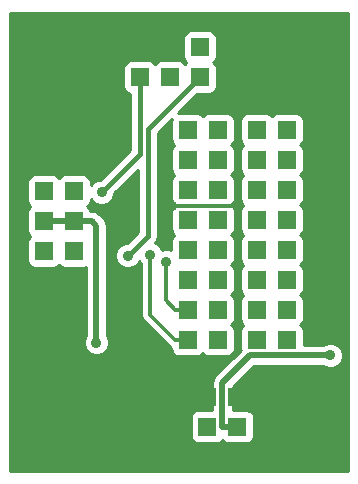
<source format=gbr>
G04 This is an RS-274x file exported by *
G04 gerbv version 2.6.1 *
G04 More information is available about gerbv at *
G04 http://gerbv.geda-project.org/ *
G04 --End of header info--*
%MOIN*%
%FSLAX34Y34*%
%IPPOS*%
G04 --Define apertures--*
%ADD10C,0.0118*%
%ADD11R,0.0600X0.0600*%
%ADD12C,0.2362*%
%ADD13C,0.0350*%
%ADD14C,0.0197*%
%ADD15C,0.0157*%
%ADD16C,0.0100*%
G04 --Start main section--*
G54D11*
G01X0007950Y0000850D03*
G01X0006950Y0000850D03*
G01X0007950Y0001850D03*
G01X0006950Y0001850D03*
G01X0007950Y0002850D03*
G01X0006950Y0002850D03*
G01X0008600Y0010750D03*
G01X0009600Y0010750D03*
G54D12*
G01X0010000Y0014000D03*
G01X0002000Y0014000D03*
G01X0010000Y0002000D03*
G01X0002000Y0002000D03*
G54D11*
G01X0006300Y0004750D03*
G01X0007300Y0004750D03*
G01X0006300Y0005750D03*
G01X0007300Y0005750D03*
G01X0006300Y0006750D03*
G01X0007300Y0006750D03*
G01X0006300Y0007750D03*
G01X0007300Y0007750D03*
G01X0006300Y0008750D03*
G01X0007300Y0008750D03*
G01X0006300Y0009750D03*
G01X0007300Y0009750D03*
G01X0006300Y0010750D03*
G01X0007300Y0010750D03*
G01X0006300Y0011750D03*
G01X0007300Y0011750D03*
G01X0008600Y0004750D03*
G01X0009600Y0004750D03*
G01X0008600Y0005750D03*
G01X0009600Y0005750D03*
G01X0008600Y0006750D03*
G01X0009600Y0006750D03*
G01X0008600Y0007750D03*
G01X0009600Y0007750D03*
G01X0008600Y0008750D03*
G01X0009600Y0008750D03*
G01X0008600Y0009750D03*
G01X0009600Y0009750D03*
G01X0008600Y0011750D03*
G01X0009600Y0011750D03*
G01X0006700Y0013500D03*
G01X0006700Y0014500D03*
G01X0002500Y0006700D03*
G01X0001500Y0006700D03*
G01X0002500Y0007700D03*
G01X0001500Y0007700D03*
G01X0002500Y0008700D03*
G01X0001500Y0008700D03*
G01X0002500Y0009700D03*
G01X0001500Y0009700D03*
G01X0002500Y0010700D03*
G01X0001500Y0010700D03*
G01X0005700Y0014500D03*
G01X0005700Y0013500D03*
G01X0004700Y0014500D03*
G01X0004700Y0013500D03*
G54D13*
G01X0011040Y0004220D03*
G01X0003250Y0004650D03*
G01X0005780Y0009215D03*
G01X0003420Y0009660D03*
G01X0004300Y0007550D03*
G01X0005572Y0007345D03*
G01X0005049Y0007577D03*
G54D14*
G01X0010793Y0004220D02*
G01X0011040Y0004220D01*
G01X0008363Y0004220D02*
G01X0010793Y0004220D01*
G01X0007452Y0003309D02*
G01X0008363Y0004220D01*
G01X0007453Y0001850D02*
G01X0007452Y0001852D01*
G01X0007950Y0001850D02*
G01X0007453Y0001850D01*
G01X0007452Y0001852D02*
G01X0007452Y0003309D01*
G01X0002500Y0008700D02*
G01X0001500Y0008700D01*
G01X0002500Y0008700D02*
G01X0003100Y0008700D01*
G01X0003250Y0008550D02*
G01X0003250Y0004650D01*
G01X0003100Y0008700D02*
G01X0003250Y0008550D01*
G54D10*
G01X0005780Y0009215D02*
G01X0007865Y0009215D01*
G54D15*
G01X0003595Y0009835D02*
G01X0003420Y0009660D01*
G01X0004700Y0010940D02*
G01X0003595Y0009835D01*
G01X0004700Y0013500D02*
G01X0004700Y0010940D01*
G01X0004957Y0011757D02*
G01X0006700Y0013500D01*
G01X0004957Y0008207D02*
G01X0004957Y0011757D01*
G01X0004300Y0007550D02*
G01X0004957Y0008207D01*
G54D10*
G01X0005572Y0006060D02*
G01X0005572Y0007097D01*
G01X0005882Y0005750D02*
G01X0005572Y0006060D01*
G01X0006300Y0005750D02*
G01X0005882Y0005750D01*
G01X0005572Y0007097D02*
G01X0005572Y0007345D01*
G01X0005049Y0007329D02*
G01X0005049Y0007577D01*
G01X0005049Y0005583D02*
G01X0005049Y0007329D01*
G01X0006300Y0004750D02*
G01X0005882Y0004750D01*
G01X0005882Y0004750D02*
G01X0005049Y0005583D01*
G54D16*
G36*
G01X0005849Y0008250D02*
G01X0005821Y0008231D01*
G01X0005765Y0008148D01*
G01X0005745Y0008050D01*
G01X0005745Y0007733D01*
G01X0005657Y0007769D01*
G01X0005488Y0007770D01*
G01X0005437Y0007749D01*
G01X0005409Y0007817D01*
G01X0005290Y0007937D01*
G01X0005192Y0007978D01*
G01X0005261Y0008082D01*
G01X0005261Y0008082D01*
G01X0005286Y0008207D01*
G01X0005286Y0011621D01*
G01X0005753Y0012088D01*
G01X0005745Y0012050D01*
G01X0005745Y0011450D01*
G01X0005764Y0011355D01*
G01X0005819Y0011271D01*
G01X0005849Y0011250D01*
G01X0005821Y0011231D01*
G01X0005765Y0011148D01*
G01X0005745Y0011050D01*
G01X0005745Y0010450D01*
G01X0005764Y0010355D01*
G01X0005819Y0010271D01*
G01X0005849Y0010250D01*
G01X0005821Y0010231D01*
G01X0005765Y0010148D01*
G01X0005745Y0010050D01*
G01X0005745Y0009450D01*
G01X0005764Y0009355D01*
G01X0005819Y0009271D01*
G01X0005849Y0009250D01*
G01X0005821Y0009231D01*
G01X0005765Y0009148D01*
G01X0005745Y0009050D01*
G01X0005745Y0008450D01*
G01X0005764Y0008355D01*
G01X0005819Y0008271D01*
G01X0005849Y0008250D01*
G01X0005849Y0008250D01*
G37*
G01X0005849Y0008250D02*
G01X0005821Y0008231D01*
G01X0005821Y0008231D02*
G01X0005765Y0008148D01*
G01X0005765Y0008148D02*
G01X0005745Y0008050D01*
G01X0005745Y0008050D02*
G01X0005745Y0007733D01*
G01X0005745Y0007733D02*
G01X0005657Y0007769D01*
G01X0005657Y0007769D02*
G01X0005488Y0007770D01*
G01X0005488Y0007770D02*
G01X0005437Y0007749D01*
G01X0005437Y0007749D02*
G01X0005409Y0007817D01*
G01X0005409Y0007817D02*
G01X0005290Y0007937D01*
G01X0005290Y0007937D02*
G01X0005192Y0007978D01*
G01X0005192Y0007978D02*
G01X0005261Y0008082D01*
G01X0005261Y0008082D02*
G01X0005261Y0008082D01*
G01X0005261Y0008082D02*
G01X0005286Y0008207D01*
G01X0005286Y0008207D02*
G01X0005286Y0011621D01*
G01X0005286Y0011621D02*
G01X0005753Y0012088D01*
G01X0005753Y0012088D02*
G01X0005745Y0012050D01*
G01X0005745Y0012050D02*
G01X0005745Y0011450D01*
G01X0005745Y0011450D02*
G01X0005764Y0011355D01*
G01X0005764Y0011355D02*
G01X0005819Y0011271D01*
G01X0005819Y0011271D02*
G01X0005849Y0011250D01*
G01X0005849Y0011250D02*
G01X0005821Y0011231D01*
G01X0005821Y0011231D02*
G01X0005765Y0011148D01*
G01X0005765Y0011148D02*
G01X0005745Y0011050D01*
G01X0005745Y0011050D02*
G01X0005745Y0010450D01*
G01X0005745Y0010450D02*
G01X0005764Y0010355D01*
G01X0005764Y0010355D02*
G01X0005819Y0010271D01*
G01X0005819Y0010271D02*
G01X0005849Y0010250D01*
G01X0005849Y0010250D02*
G01X0005821Y0010231D01*
G01X0005821Y0010231D02*
G01X0005765Y0010148D01*
G01X0005765Y0010148D02*
G01X0005745Y0010050D01*
G01X0005745Y0010050D02*
G01X0005745Y0009450D01*
G01X0005745Y0009450D02*
G01X0005764Y0009355D01*
G01X0005764Y0009355D02*
G01X0005819Y0009271D01*
G01X0005819Y0009271D02*
G01X0005849Y0009250D01*
G01X0005849Y0009250D02*
G01X0005821Y0009231D01*
G01X0005821Y0009231D02*
G01X0005765Y0009148D01*
G01X0005765Y0009148D02*
G01X0005745Y0009050D01*
G01X0005745Y0009050D02*
G01X0005745Y0008450D01*
G01X0005745Y0008450D02*
G01X0005764Y0008355D01*
G01X0005764Y0008355D02*
G01X0005819Y0008271D01*
G01X0005819Y0008271D02*
G01X0005849Y0008250D01*
G36*
G01X0011630Y0000370D02*
G01X0011465Y0000370D01*
G01X0011465Y0004304D01*
G01X0011401Y0004460D01*
G01X0011281Y0004580D01*
G01X0011125Y0004645D01*
G01X0010956Y0004645D01*
G01X0010800Y0004581D01*
G01X0010787Y0004568D01*
G01X0010155Y0004568D01*
G01X0010155Y0005050D01*
G01X0010136Y0005145D01*
G01X0010081Y0005229D01*
G01X0010051Y0005250D01*
G01X0010079Y0005269D01*
G01X0010135Y0005352D01*
G01X0010155Y0005450D01*
G01X0010155Y0006050D01*
G01X0010136Y0006145D01*
G01X0010081Y0006229D01*
G01X0010051Y0006250D01*
G01X0010079Y0006269D01*
G01X0010135Y0006352D01*
G01X0010155Y0006450D01*
G01X0010155Y0007050D01*
G01X0010136Y0007145D01*
G01X0010081Y0007229D01*
G01X0010051Y0007250D01*
G01X0010079Y0007269D01*
G01X0010135Y0007352D01*
G01X0010155Y0007450D01*
G01X0010155Y0008050D01*
G01X0010136Y0008145D01*
G01X0010081Y0008229D01*
G01X0010051Y0008250D01*
G01X0010079Y0008269D01*
G01X0010135Y0008352D01*
G01X0010155Y0008450D01*
G01X0010155Y0009050D01*
G01X0010136Y0009145D01*
G01X0010081Y0009229D01*
G01X0010051Y0009250D01*
G01X0010079Y0009269D01*
G01X0010135Y0009352D01*
G01X0010155Y0009450D01*
G01X0010155Y0010050D01*
G01X0010136Y0010145D01*
G01X0010081Y0010229D01*
G01X0010051Y0010250D01*
G01X0010079Y0010269D01*
G01X0010135Y0010352D01*
G01X0010155Y0010450D01*
G01X0010155Y0011050D01*
G01X0010136Y0011145D01*
G01X0010081Y0011229D01*
G01X0010051Y0011250D01*
G01X0010079Y0011269D01*
G01X0010135Y0011352D01*
G01X0010155Y0011450D01*
G01X0010155Y0012050D01*
G01X0010136Y0012145D01*
G01X0010081Y0012229D01*
G01X0009998Y0012285D01*
G01X0009900Y0012305D01*
G01X0009300Y0012305D01*
G01X0009205Y0012286D01*
G01X0009121Y0012231D01*
G01X0009100Y0012201D01*
G01X0009081Y0012229D01*
G01X0008998Y0012285D01*
G01X0008900Y0012305D01*
G01X0008300Y0012305D01*
G01X0008205Y0012286D01*
G01X0008121Y0012231D01*
G01X0008065Y0012148D01*
G01X0008045Y0012050D01*
G01X0008045Y0011450D01*
G01X0008064Y0011355D01*
G01X0008119Y0011271D01*
G01X0008149Y0011250D01*
G01X0008121Y0011231D01*
G01X0008065Y0011148D01*
G01X0008045Y0011050D01*
G01X0008045Y0010450D01*
G01X0008064Y0010355D01*
G01X0008119Y0010271D01*
G01X0008149Y0010250D01*
G01X0008121Y0010231D01*
G01X0008065Y0010148D01*
G01X0008045Y0010050D01*
G01X0008045Y0009450D01*
G01X0008064Y0009355D01*
G01X0008119Y0009271D01*
G01X0008149Y0009250D01*
G01X0008121Y0009231D01*
G01X0008065Y0009148D01*
G01X0008045Y0009050D01*
G01X0008045Y0008450D01*
G01X0008064Y0008355D01*
G01X0008119Y0008271D01*
G01X0008149Y0008250D01*
G01X0008121Y0008231D01*
G01X0008065Y0008148D01*
G01X0008045Y0008050D01*
G01X0008045Y0007450D01*
G01X0008064Y0007355D01*
G01X0008119Y0007271D01*
G01X0008149Y0007250D01*
G01X0008121Y0007231D01*
G01X0008065Y0007148D01*
G01X0008045Y0007050D01*
G01X0008045Y0006450D01*
G01X0008064Y0006355D01*
G01X0008119Y0006271D01*
G01X0008149Y0006250D01*
G01X0008121Y0006231D01*
G01X0008065Y0006148D01*
G01X0008045Y0006050D01*
G01X0008045Y0005450D01*
G01X0008064Y0005355D01*
G01X0008119Y0005271D01*
G01X0008149Y0005250D01*
G01X0008121Y0005231D01*
G01X0008065Y0005148D01*
G01X0008045Y0005050D01*
G01X0008045Y0004450D01*
G01X0008054Y0004404D01*
G01X0007855Y0004205D01*
G01X0007855Y0004450D01*
G01X0007855Y0005050D01*
G01X0007836Y0005145D01*
G01X0007781Y0005229D01*
G01X0007751Y0005250D01*
G01X0007779Y0005269D01*
G01X0007835Y0005352D01*
G01X0007855Y0005450D01*
G01X0007855Y0006050D01*
G01X0007836Y0006145D01*
G01X0007781Y0006229D01*
G01X0007751Y0006250D01*
G01X0007779Y0006269D01*
G01X0007835Y0006352D01*
G01X0007855Y0006450D01*
G01X0007855Y0007050D01*
G01X0007836Y0007145D01*
G01X0007781Y0007229D01*
G01X0007751Y0007250D01*
G01X0007779Y0007269D01*
G01X0007835Y0007352D01*
G01X0007855Y0007450D01*
G01X0007855Y0008050D01*
G01X0007836Y0008145D01*
G01X0007781Y0008229D01*
G01X0007751Y0008250D01*
G01X0007779Y0008269D01*
G01X0007835Y0008352D01*
G01X0007855Y0008450D01*
G01X0007855Y0009050D01*
G01X0007836Y0009145D01*
G01X0007781Y0009229D01*
G01X0007751Y0009250D01*
G01X0007779Y0009269D01*
G01X0007835Y0009352D01*
G01X0007855Y0009450D01*
G01X0007855Y0010050D01*
G01X0007836Y0010145D01*
G01X0007781Y0010229D01*
G01X0007751Y0010250D01*
G01X0007779Y0010269D01*
G01X0007835Y0010352D01*
G01X0007855Y0010450D01*
G01X0007855Y0011050D01*
G01X0007836Y0011145D01*
G01X0007781Y0011229D01*
G01X0007751Y0011250D01*
G01X0007779Y0011269D01*
G01X0007835Y0011352D01*
G01X0007855Y0011450D01*
G01X0007855Y0012050D01*
G01X0007836Y0012145D01*
G01X0007781Y0012229D01*
G01X0007698Y0012285D01*
G01X0007600Y0012305D01*
G01X0007000Y0012305D01*
G01X0006905Y0012286D01*
G01X0006821Y0012231D01*
G01X0006800Y0012201D01*
G01X0006781Y0012229D01*
G01X0006698Y0012285D01*
G01X0006600Y0012305D01*
G01X0006000Y0012305D01*
G01X0005963Y0012298D01*
G01X0006610Y0012945D01*
G01X0007000Y0012945D01*
G01X0007095Y0012964D01*
G01X0007179Y0013019D01*
G01X0007235Y0013102D01*
G01X0007255Y0013200D01*
G01X0007255Y0013800D01*
G01X0007236Y0013895D01*
G01X0007181Y0013979D01*
G01X0007151Y0014000D01*
G01X0007179Y0014019D01*
G01X0007235Y0014102D01*
G01X0007255Y0014200D01*
G01X0007255Y0014800D01*
G01X0007236Y0014895D01*
G01X0007181Y0014979D01*
G01X0007098Y0015035D01*
G01X0007000Y0015055D01*
G01X0006400Y0015055D01*
G01X0006305Y0015036D01*
G01X0006221Y0014981D01*
G01X0006165Y0014898D01*
G01X0006145Y0014800D01*
G01X0006145Y0014200D01*
G01X0006164Y0014105D01*
G01X0006219Y0014021D01*
G01X0006249Y0014000D01*
G01X0006221Y0013981D01*
G01X0006200Y0013951D01*
G01X0006181Y0013979D01*
G01X0006098Y0014035D01*
G01X0006000Y0014055D01*
G01X0005400Y0014055D01*
G01X0005305Y0014036D01*
G01X0005221Y0013981D01*
G01X0005200Y0013951D01*
G01X0005181Y0013979D01*
G01X0005098Y0014035D01*
G01X0005000Y0014055D01*
G01X0004400Y0014055D01*
G01X0004305Y0014036D01*
G01X0004221Y0013981D01*
G01X0004165Y0013898D01*
G01X0004145Y0013800D01*
G01X0004145Y0013200D01*
G01X0004164Y0013105D01*
G01X0004219Y0013021D01*
G01X0004302Y0012965D01*
G01X0004371Y0012951D01*
G01X0004371Y0011076D01*
G01X0003380Y0010085D01*
G01X0003336Y0010085D01*
G01X0003180Y0010021D01*
G01X0003060Y0009901D01*
G01X0003055Y0009889D01*
G01X0003055Y0010000D01*
G01X0003036Y0010095D01*
G01X0002981Y0010179D01*
G01X0002898Y0010235D01*
G01X0002800Y0010255D01*
G01X0002200Y0010255D01*
G01X0002105Y0010236D01*
G01X0002021Y0010181D01*
G01X0002000Y0010151D01*
G01X0001981Y0010179D01*
G01X0001898Y0010235D01*
G01X0001800Y0010255D01*
G01X0001200Y0010255D01*
G01X0001105Y0010236D01*
G01X0001021Y0010181D01*
G01X0000965Y0010098D01*
G01X0000945Y0010000D01*
G01X0000945Y0009400D01*
G01X0000964Y0009305D01*
G01X0001019Y0009221D01*
G01X0001049Y0009200D01*
G01X0001021Y0009181D01*
G01X0000965Y0009098D01*
G01X0000945Y0009000D01*
G01X0000945Y0008400D01*
G01X0000964Y0008305D01*
G01X0001019Y0008221D01*
G01X0001049Y0008200D01*
G01X0001021Y0008181D01*
G01X0000965Y0008098D01*
G01X0000945Y0008000D01*
G01X0000945Y0007400D01*
G01X0000964Y0007305D01*
G01X0001019Y0007221D01*
G01X0001102Y0007165D01*
G01X0001200Y0007145D01*
G01X0001800Y0007145D01*
G01X0001895Y0007164D01*
G01X0001979Y0007219D01*
G01X0002000Y0007249D01*
G01X0002019Y0007221D01*
G01X0002102Y0007165D01*
G01X0002200Y0007145D01*
G01X0002800Y0007145D01*
G01X0002895Y0007164D01*
G01X0002902Y0007168D01*
G01X0002902Y0004903D01*
G01X0002890Y0004891D01*
G01X0002825Y0004735D01*
G01X0002825Y0004566D01*
G01X0002889Y0004410D01*
G01X0003009Y0004290D01*
G01X0003165Y0004225D01*
G01X0003334Y0004225D01*
G01X0003490Y0004289D01*
G01X0003610Y0004409D01*
G01X0003675Y0004565D01*
G01X0003675Y0004734D01*
G01X0003611Y0004890D01*
G01X0003598Y0004903D01*
G01X0003598Y0008550D01*
G01X0003572Y0008683D01*
G01X0003496Y0008796D01*
G01X0003496Y0008796D01*
G01X0003346Y0008946D01*
G01X0003233Y0009022D01*
G01X0003211Y0009026D01*
G01X0003100Y0009048D01*
G01X0003100Y0009048D01*
G01X0003046Y0009048D01*
G01X0003036Y0009095D01*
G01X0002981Y0009179D01*
G01X0002951Y0009200D01*
G01X0002979Y0009219D01*
G01X0003035Y0009302D01*
G01X0003055Y0009400D01*
G01X0003055Y0009431D01*
G01X0003059Y0009420D01*
G01X0003179Y0009300D01*
G01X0003335Y0009235D01*
G01X0003504Y0009235D01*
G01X0003660Y0009299D01*
G01X0003780Y0009419D01*
G01X0003845Y0009575D01*
G01X0003845Y0009620D01*
G01X0004629Y0010404D01*
G01X0004629Y0008344D01*
G01X0004260Y0007975D01*
G01X0004216Y0007975D01*
G01X0004060Y0007911D01*
G01X0003940Y0007791D01*
G01X0003875Y0007635D01*
G01X0003875Y0007466D01*
G01X0003939Y0007310D01*
G01X0004059Y0007190D01*
G01X0004215Y0007125D01*
G01X0004384Y0007125D01*
G01X0004540Y0007189D01*
G01X0004660Y0007309D01*
G01X0004680Y0007357D01*
G01X0004688Y0007337D01*
G01X0004740Y0007285D01*
G01X0004740Y0005583D01*
G01X0004763Y0005465D01*
G01X0004830Y0005365D01*
G01X0005663Y0004531D01*
G01X0005745Y0004477D01*
G01X0005745Y0004450D01*
G01X0005764Y0004355D01*
G01X0005819Y0004271D01*
G01X0005902Y0004215D01*
G01X0006000Y0004195D01*
G01X0006600Y0004195D01*
G01X0006695Y0004214D01*
G01X0006779Y0004269D01*
G01X0006800Y0004299D01*
G01X0006819Y0004271D01*
G01X0006902Y0004215D01*
G01X0007000Y0004195D01*
G01X0007600Y0004195D01*
G01X0007695Y0004214D01*
G01X0007779Y0004269D01*
G01X0007835Y0004352D01*
G01X0007855Y0004450D01*
G01X0007855Y0004205D01*
G01X0007205Y0003555D01*
G01X0007130Y0003442D01*
G01X0007125Y0003420D01*
G01X0007103Y0003309D01*
G01X0007103Y0003309D01*
G01X0007103Y0002405D01*
G01X0006650Y0002405D01*
G01X0006555Y0002386D01*
G01X0006471Y0002331D01*
G01X0006415Y0002248D01*
G01X0006395Y0002150D01*
G01X0006395Y0001550D01*
G01X0006414Y0001455D01*
G01X0006469Y0001371D01*
G01X0006552Y0001315D01*
G01X0006650Y0001295D01*
G01X0007250Y0001295D01*
G01X0007345Y0001314D01*
G01X0007429Y0001369D01*
G01X0007450Y0001399D01*
G01X0007469Y0001371D01*
G01X0007552Y0001315D01*
G01X0007650Y0001295D01*
G01X0008250Y0001295D01*
G01X0008345Y0001314D01*
G01X0008429Y0001369D01*
G01X0008485Y0001452D01*
G01X0008505Y0001550D01*
G01X0008505Y0002150D01*
G01X0008486Y0002245D01*
G01X0008431Y0002329D01*
G01X0008348Y0002385D01*
G01X0008250Y0002405D01*
G01X0007800Y0002405D01*
G01X0007800Y0003164D01*
G01X0008507Y0003872D01*
G01X0010787Y0003872D01*
G01X0010799Y0003860D01*
G01X0010955Y0003795D01*
G01X0011124Y0003795D01*
G01X0011280Y0003859D01*
G01X0011400Y0003979D01*
G01X0011465Y0004135D01*
G01X0011465Y0004304D01*
G01X0011465Y0000370D01*
G01X0000370Y0000370D01*
G01X0000370Y0015630D01*
G01X0011630Y0015630D01*
G01X0011630Y0000370D01*
G01X0011630Y0000370D01*
G37*
G01X0011630Y0000370D02*
G01X0011465Y0000370D01*
G01X0011465Y0000370D02*
G01X0011465Y0004304D01*
G01X0011465Y0004304D02*
G01X0011401Y0004460D01*
G01X0011401Y0004460D02*
G01X0011281Y0004580D01*
G01X0011281Y0004580D02*
G01X0011125Y0004645D01*
G01X0011125Y0004645D02*
G01X0010956Y0004645D01*
G01X0010956Y0004645D02*
G01X0010800Y0004581D01*
G01X0010800Y0004581D02*
G01X0010787Y0004568D01*
G01X0010787Y0004568D02*
G01X0010155Y0004568D01*
G01X0010155Y0004568D02*
G01X0010155Y0005050D01*
G01X0010155Y0005050D02*
G01X0010136Y0005145D01*
G01X0010136Y0005145D02*
G01X0010081Y0005229D01*
G01X0010081Y0005229D02*
G01X0010051Y0005250D01*
G01X0010051Y0005250D02*
G01X0010079Y0005269D01*
G01X0010079Y0005269D02*
G01X0010135Y0005352D01*
G01X0010135Y0005352D02*
G01X0010155Y0005450D01*
G01X0010155Y0005450D02*
G01X0010155Y0006050D01*
G01X0010155Y0006050D02*
G01X0010136Y0006145D01*
G01X0010136Y0006145D02*
G01X0010081Y0006229D01*
G01X0010081Y0006229D02*
G01X0010051Y0006250D01*
G01X0010051Y0006250D02*
G01X0010079Y0006269D01*
G01X0010079Y0006269D02*
G01X0010135Y0006352D01*
G01X0010135Y0006352D02*
G01X0010155Y0006450D01*
G01X0010155Y0006450D02*
G01X0010155Y0007050D01*
G01X0010155Y0007050D02*
G01X0010136Y0007145D01*
G01X0010136Y0007145D02*
G01X0010081Y0007229D01*
G01X0010081Y0007229D02*
G01X0010051Y0007250D01*
G01X0010051Y0007250D02*
G01X0010079Y0007269D01*
G01X0010079Y0007269D02*
G01X0010135Y0007352D01*
G01X0010135Y0007352D02*
G01X0010155Y0007450D01*
G01X0010155Y0007450D02*
G01X0010155Y0008050D01*
G01X0010155Y0008050D02*
G01X0010136Y0008145D01*
G01X0010136Y0008145D02*
G01X0010081Y0008229D01*
G01X0010081Y0008229D02*
G01X0010051Y0008250D01*
G01X0010051Y0008250D02*
G01X0010079Y0008269D01*
G01X0010079Y0008269D02*
G01X0010135Y0008352D01*
G01X0010135Y0008352D02*
G01X0010155Y0008450D01*
G01X0010155Y0008450D02*
G01X0010155Y0009050D01*
G01X0010155Y0009050D02*
G01X0010136Y0009145D01*
G01X0010136Y0009145D02*
G01X0010081Y0009229D01*
G01X0010081Y0009229D02*
G01X0010051Y0009250D01*
G01X0010051Y0009250D02*
G01X0010079Y0009269D01*
G01X0010079Y0009269D02*
G01X0010135Y0009352D01*
G01X0010135Y0009352D02*
G01X0010155Y0009450D01*
G01X0010155Y0009450D02*
G01X0010155Y0010050D01*
G01X0010155Y0010050D02*
G01X0010136Y0010145D01*
G01X0010136Y0010145D02*
G01X0010081Y0010229D01*
G01X0010081Y0010229D02*
G01X0010051Y0010250D01*
G01X0010051Y0010250D02*
G01X0010079Y0010269D01*
G01X0010079Y0010269D02*
G01X0010135Y0010352D01*
G01X0010135Y0010352D02*
G01X0010155Y0010450D01*
G01X0010155Y0010450D02*
G01X0010155Y0011050D01*
G01X0010155Y0011050D02*
G01X0010136Y0011145D01*
G01X0010136Y0011145D02*
G01X0010081Y0011229D01*
G01X0010081Y0011229D02*
G01X0010051Y0011250D01*
G01X0010051Y0011250D02*
G01X0010079Y0011269D01*
G01X0010079Y0011269D02*
G01X0010135Y0011352D01*
G01X0010135Y0011352D02*
G01X0010155Y0011450D01*
G01X0010155Y0011450D02*
G01X0010155Y0012050D01*
G01X0010155Y0012050D02*
G01X0010136Y0012145D01*
G01X0010136Y0012145D02*
G01X0010081Y0012229D01*
G01X0010081Y0012229D02*
G01X0009998Y0012285D01*
G01X0009998Y0012285D02*
G01X0009900Y0012305D01*
G01X0009900Y0012305D02*
G01X0009300Y0012305D01*
G01X0009300Y0012305D02*
G01X0009205Y0012286D01*
G01X0009205Y0012286D02*
G01X0009121Y0012231D01*
G01X0009121Y0012231D02*
G01X0009100Y0012201D01*
G01X0009100Y0012201D02*
G01X0009081Y0012229D01*
G01X0009081Y0012229D02*
G01X0008998Y0012285D01*
G01X0008998Y0012285D02*
G01X0008900Y0012305D01*
G01X0008900Y0012305D02*
G01X0008300Y0012305D01*
G01X0008300Y0012305D02*
G01X0008205Y0012286D01*
G01X0008205Y0012286D02*
G01X0008121Y0012231D01*
G01X0008121Y0012231D02*
G01X0008065Y0012148D01*
G01X0008065Y0012148D02*
G01X0008045Y0012050D01*
G01X0008045Y0012050D02*
G01X0008045Y0011450D01*
G01X0008045Y0011450D02*
G01X0008064Y0011355D01*
G01X0008064Y0011355D02*
G01X0008119Y0011271D01*
G01X0008119Y0011271D02*
G01X0008149Y0011250D01*
G01X0008149Y0011250D02*
G01X0008121Y0011231D01*
G01X0008121Y0011231D02*
G01X0008065Y0011148D01*
G01X0008065Y0011148D02*
G01X0008045Y0011050D01*
G01X0008045Y0011050D02*
G01X0008045Y0010450D01*
G01X0008045Y0010450D02*
G01X0008064Y0010355D01*
G01X0008064Y0010355D02*
G01X0008119Y0010271D01*
G01X0008119Y0010271D02*
G01X0008149Y0010250D01*
G01X0008149Y0010250D02*
G01X0008121Y0010231D01*
G01X0008121Y0010231D02*
G01X0008065Y0010148D01*
G01X0008065Y0010148D02*
G01X0008045Y0010050D01*
G01X0008045Y0010050D02*
G01X0008045Y0009450D01*
G01X0008045Y0009450D02*
G01X0008064Y0009355D01*
G01X0008064Y0009355D02*
G01X0008119Y0009271D01*
G01X0008119Y0009271D02*
G01X0008149Y0009250D01*
G01X0008149Y0009250D02*
G01X0008121Y0009231D01*
G01X0008121Y0009231D02*
G01X0008065Y0009148D01*
G01X0008065Y0009148D02*
G01X0008045Y0009050D01*
G01X0008045Y0009050D02*
G01X0008045Y0008450D01*
G01X0008045Y0008450D02*
G01X0008064Y0008355D01*
G01X0008064Y0008355D02*
G01X0008119Y0008271D01*
G01X0008119Y0008271D02*
G01X0008149Y0008250D01*
G01X0008149Y0008250D02*
G01X0008121Y0008231D01*
G01X0008121Y0008231D02*
G01X0008065Y0008148D01*
G01X0008065Y0008148D02*
G01X0008045Y0008050D01*
G01X0008045Y0008050D02*
G01X0008045Y0007450D01*
G01X0008045Y0007450D02*
G01X0008064Y0007355D01*
G01X0008064Y0007355D02*
G01X0008119Y0007271D01*
G01X0008119Y0007271D02*
G01X0008149Y0007250D01*
G01X0008149Y0007250D02*
G01X0008121Y0007231D01*
G01X0008121Y0007231D02*
G01X0008065Y0007148D01*
G01X0008065Y0007148D02*
G01X0008045Y0007050D01*
G01X0008045Y0007050D02*
G01X0008045Y0006450D01*
G01X0008045Y0006450D02*
G01X0008064Y0006355D01*
G01X0008064Y0006355D02*
G01X0008119Y0006271D01*
G01X0008119Y0006271D02*
G01X0008149Y0006250D01*
G01X0008149Y0006250D02*
G01X0008121Y0006231D01*
G01X0008121Y0006231D02*
G01X0008065Y0006148D01*
G01X0008065Y0006148D02*
G01X0008045Y0006050D01*
G01X0008045Y0006050D02*
G01X0008045Y0005450D01*
G01X0008045Y0005450D02*
G01X0008064Y0005355D01*
G01X0008064Y0005355D02*
G01X0008119Y0005271D01*
G01X0008119Y0005271D02*
G01X0008149Y0005250D01*
G01X0008149Y0005250D02*
G01X0008121Y0005231D01*
G01X0008121Y0005231D02*
G01X0008065Y0005148D01*
G01X0008065Y0005148D02*
G01X0008045Y0005050D01*
G01X0008045Y0005050D02*
G01X0008045Y0004450D01*
G01X0008045Y0004450D02*
G01X0008054Y0004404D01*
G01X0008054Y0004404D02*
G01X0007855Y0004205D01*
G01X0007855Y0004205D02*
G01X0007855Y0004450D01*
G01X0007855Y0004450D02*
G01X0007855Y0005050D01*
G01X0007855Y0005050D02*
G01X0007836Y0005145D01*
G01X0007836Y0005145D02*
G01X0007781Y0005229D01*
G01X0007781Y0005229D02*
G01X0007751Y0005250D01*
G01X0007751Y0005250D02*
G01X0007779Y0005269D01*
G01X0007779Y0005269D02*
G01X0007835Y0005352D01*
G01X0007835Y0005352D02*
G01X0007855Y0005450D01*
G01X0007855Y0005450D02*
G01X0007855Y0006050D01*
G01X0007855Y0006050D02*
G01X0007836Y0006145D01*
G01X0007836Y0006145D02*
G01X0007781Y0006229D01*
G01X0007781Y0006229D02*
G01X0007751Y0006250D01*
G01X0007751Y0006250D02*
G01X0007779Y0006269D01*
G01X0007779Y0006269D02*
G01X0007835Y0006352D01*
G01X0007835Y0006352D02*
G01X0007855Y0006450D01*
G01X0007855Y0006450D02*
G01X0007855Y0007050D01*
G01X0007855Y0007050D02*
G01X0007836Y0007145D01*
G01X0007836Y0007145D02*
G01X0007781Y0007229D01*
G01X0007781Y0007229D02*
G01X0007751Y0007250D01*
G01X0007751Y0007250D02*
G01X0007779Y0007269D01*
G01X0007779Y0007269D02*
G01X0007835Y0007352D01*
G01X0007835Y0007352D02*
G01X0007855Y0007450D01*
G01X0007855Y0007450D02*
G01X0007855Y0008050D01*
G01X0007855Y0008050D02*
G01X0007836Y0008145D01*
G01X0007836Y0008145D02*
G01X0007781Y0008229D01*
G01X0007781Y0008229D02*
G01X0007751Y0008250D01*
G01X0007751Y0008250D02*
G01X0007779Y0008269D01*
G01X0007779Y0008269D02*
G01X0007835Y0008352D01*
G01X0007835Y0008352D02*
G01X0007855Y0008450D01*
G01X0007855Y0008450D02*
G01X0007855Y0009050D01*
G01X0007855Y0009050D02*
G01X0007836Y0009145D01*
G01X0007836Y0009145D02*
G01X0007781Y0009229D01*
G01X0007781Y0009229D02*
G01X0007751Y0009250D01*
G01X0007751Y0009250D02*
G01X0007779Y0009269D01*
G01X0007779Y0009269D02*
G01X0007835Y0009352D01*
G01X0007835Y0009352D02*
G01X0007855Y0009450D01*
G01X0007855Y0009450D02*
G01X0007855Y0010050D01*
G01X0007855Y0010050D02*
G01X0007836Y0010145D01*
G01X0007836Y0010145D02*
G01X0007781Y0010229D01*
G01X0007781Y0010229D02*
G01X0007751Y0010250D01*
G01X0007751Y0010250D02*
G01X0007779Y0010269D01*
G01X0007779Y0010269D02*
G01X0007835Y0010352D01*
G01X0007835Y0010352D02*
G01X0007855Y0010450D01*
G01X0007855Y0010450D02*
G01X0007855Y0011050D01*
G01X0007855Y0011050D02*
G01X0007836Y0011145D01*
G01X0007836Y0011145D02*
G01X0007781Y0011229D01*
G01X0007781Y0011229D02*
G01X0007751Y0011250D01*
G01X0007751Y0011250D02*
G01X0007779Y0011269D01*
G01X0007779Y0011269D02*
G01X0007835Y0011352D01*
G01X0007835Y0011352D02*
G01X0007855Y0011450D01*
G01X0007855Y0011450D02*
G01X0007855Y0012050D01*
G01X0007855Y0012050D02*
G01X0007836Y0012145D01*
G01X0007836Y0012145D02*
G01X0007781Y0012229D01*
G01X0007781Y0012229D02*
G01X0007698Y0012285D01*
G01X0007698Y0012285D02*
G01X0007600Y0012305D01*
G01X0007600Y0012305D02*
G01X0007000Y0012305D01*
G01X0007000Y0012305D02*
G01X0006905Y0012286D01*
G01X0006905Y0012286D02*
G01X0006821Y0012231D01*
G01X0006821Y0012231D02*
G01X0006800Y0012201D01*
G01X0006800Y0012201D02*
G01X0006781Y0012229D01*
G01X0006781Y0012229D02*
G01X0006698Y0012285D01*
G01X0006698Y0012285D02*
G01X0006600Y0012305D01*
G01X0006600Y0012305D02*
G01X0006000Y0012305D01*
G01X0006000Y0012305D02*
G01X0005963Y0012298D01*
G01X0005963Y0012298D02*
G01X0006610Y0012945D01*
G01X0006610Y0012945D02*
G01X0007000Y0012945D01*
G01X0007000Y0012945D02*
G01X0007095Y0012964D01*
G01X0007095Y0012964D02*
G01X0007179Y0013019D01*
G01X0007179Y0013019D02*
G01X0007235Y0013102D01*
G01X0007235Y0013102D02*
G01X0007255Y0013200D01*
G01X0007255Y0013200D02*
G01X0007255Y0013800D01*
G01X0007255Y0013800D02*
G01X0007236Y0013895D01*
G01X0007236Y0013895D02*
G01X0007181Y0013979D01*
G01X0007181Y0013979D02*
G01X0007151Y0014000D01*
G01X0007151Y0014000D02*
G01X0007179Y0014019D01*
G01X0007179Y0014019D02*
G01X0007235Y0014102D01*
G01X0007235Y0014102D02*
G01X0007255Y0014200D01*
G01X0007255Y0014200D02*
G01X0007255Y0014800D01*
G01X0007255Y0014800D02*
G01X0007236Y0014895D01*
G01X0007236Y0014895D02*
G01X0007181Y0014979D01*
G01X0007181Y0014979D02*
G01X0007098Y0015035D01*
G01X0007098Y0015035D02*
G01X0007000Y0015055D01*
G01X0007000Y0015055D02*
G01X0006400Y0015055D01*
G01X0006400Y0015055D02*
G01X0006305Y0015036D01*
G01X0006305Y0015036D02*
G01X0006221Y0014981D01*
G01X0006221Y0014981D02*
G01X0006165Y0014898D01*
G01X0006165Y0014898D02*
G01X0006145Y0014800D01*
G01X0006145Y0014800D02*
G01X0006145Y0014200D01*
G01X0006145Y0014200D02*
G01X0006164Y0014105D01*
G01X0006164Y0014105D02*
G01X0006219Y0014021D01*
G01X0006219Y0014021D02*
G01X0006249Y0014000D01*
G01X0006249Y0014000D02*
G01X0006221Y0013981D01*
G01X0006221Y0013981D02*
G01X0006200Y0013951D01*
G01X0006200Y0013951D02*
G01X0006181Y0013979D01*
G01X0006181Y0013979D02*
G01X0006098Y0014035D01*
G01X0006098Y0014035D02*
G01X0006000Y0014055D01*
G01X0006000Y0014055D02*
G01X0005400Y0014055D01*
G01X0005400Y0014055D02*
G01X0005305Y0014036D01*
G01X0005305Y0014036D02*
G01X0005221Y0013981D01*
G01X0005221Y0013981D02*
G01X0005200Y0013951D01*
G01X0005200Y0013951D02*
G01X0005181Y0013979D01*
G01X0005181Y0013979D02*
G01X0005098Y0014035D01*
G01X0005098Y0014035D02*
G01X0005000Y0014055D01*
G01X0005000Y0014055D02*
G01X0004400Y0014055D01*
G01X0004400Y0014055D02*
G01X0004305Y0014036D01*
G01X0004305Y0014036D02*
G01X0004221Y0013981D01*
G01X0004221Y0013981D02*
G01X0004165Y0013898D01*
G01X0004165Y0013898D02*
G01X0004145Y0013800D01*
G01X0004145Y0013800D02*
G01X0004145Y0013200D01*
G01X0004145Y0013200D02*
G01X0004164Y0013105D01*
G01X0004164Y0013105D02*
G01X0004219Y0013021D01*
G01X0004219Y0013021D02*
G01X0004302Y0012965D01*
G01X0004302Y0012965D02*
G01X0004371Y0012951D01*
G01X0004371Y0012951D02*
G01X0004371Y0011076D01*
G01X0004371Y0011076D02*
G01X0003380Y0010085D01*
G01X0003380Y0010085D02*
G01X0003336Y0010085D01*
G01X0003336Y0010085D02*
G01X0003180Y0010021D01*
G01X0003180Y0010021D02*
G01X0003060Y0009901D01*
G01X0003060Y0009901D02*
G01X0003055Y0009889D01*
G01X0003055Y0009889D02*
G01X0003055Y0010000D01*
G01X0003055Y0010000D02*
G01X0003036Y0010095D01*
G01X0003036Y0010095D02*
G01X0002981Y0010179D01*
G01X0002981Y0010179D02*
G01X0002898Y0010235D01*
G01X0002898Y0010235D02*
G01X0002800Y0010255D01*
G01X0002800Y0010255D02*
G01X0002200Y0010255D01*
G01X0002200Y0010255D02*
G01X0002105Y0010236D01*
G01X0002105Y0010236D02*
G01X0002021Y0010181D01*
G01X0002021Y0010181D02*
G01X0002000Y0010151D01*
G01X0002000Y0010151D02*
G01X0001981Y0010179D01*
G01X0001981Y0010179D02*
G01X0001898Y0010235D01*
G01X0001898Y0010235D02*
G01X0001800Y0010255D01*
G01X0001800Y0010255D02*
G01X0001200Y0010255D01*
G01X0001200Y0010255D02*
G01X0001105Y0010236D01*
G01X0001105Y0010236D02*
G01X0001021Y0010181D01*
G01X0001021Y0010181D02*
G01X0000965Y0010098D01*
G01X0000965Y0010098D02*
G01X0000945Y0010000D01*
G01X0000945Y0010000D02*
G01X0000945Y0009400D01*
G01X0000945Y0009400D02*
G01X0000964Y0009305D01*
G01X0000964Y0009305D02*
G01X0001019Y0009221D01*
G01X0001019Y0009221D02*
G01X0001049Y0009200D01*
G01X0001049Y0009200D02*
G01X0001021Y0009181D01*
G01X0001021Y0009181D02*
G01X0000965Y0009098D01*
G01X0000965Y0009098D02*
G01X0000945Y0009000D01*
G01X0000945Y0009000D02*
G01X0000945Y0008400D01*
G01X0000945Y0008400D02*
G01X0000964Y0008305D01*
G01X0000964Y0008305D02*
G01X0001019Y0008221D01*
G01X0001019Y0008221D02*
G01X0001049Y0008200D01*
G01X0001049Y0008200D02*
G01X0001021Y0008181D01*
G01X0001021Y0008181D02*
G01X0000965Y0008098D01*
G01X0000965Y0008098D02*
G01X0000945Y0008000D01*
G01X0000945Y0008000D02*
G01X0000945Y0007400D01*
G01X0000945Y0007400D02*
G01X0000964Y0007305D01*
G01X0000964Y0007305D02*
G01X0001019Y0007221D01*
G01X0001019Y0007221D02*
G01X0001102Y0007165D01*
G01X0001102Y0007165D02*
G01X0001200Y0007145D01*
G01X0001200Y0007145D02*
G01X0001800Y0007145D01*
G01X0001800Y0007145D02*
G01X0001895Y0007164D01*
G01X0001895Y0007164D02*
G01X0001979Y0007219D01*
G01X0001979Y0007219D02*
G01X0002000Y0007249D01*
G01X0002000Y0007249D02*
G01X0002019Y0007221D01*
G01X0002019Y0007221D02*
G01X0002102Y0007165D01*
G01X0002102Y0007165D02*
G01X0002200Y0007145D01*
G01X0002200Y0007145D02*
G01X0002800Y0007145D01*
G01X0002800Y0007145D02*
G01X0002895Y0007164D01*
G01X0002895Y0007164D02*
G01X0002902Y0007168D01*
G01X0002902Y0007168D02*
G01X0002902Y0004903D01*
G01X0002902Y0004903D02*
G01X0002890Y0004891D01*
G01X0002890Y0004891D02*
G01X0002825Y0004735D01*
G01X0002825Y0004735D02*
G01X0002825Y0004566D01*
G01X0002825Y0004566D02*
G01X0002889Y0004410D01*
G01X0002889Y0004410D02*
G01X0003009Y0004290D01*
G01X0003009Y0004290D02*
G01X0003165Y0004225D01*
G01X0003165Y0004225D02*
G01X0003334Y0004225D01*
G01X0003334Y0004225D02*
G01X0003490Y0004289D01*
G01X0003490Y0004289D02*
G01X0003610Y0004409D01*
G01X0003610Y0004409D02*
G01X0003675Y0004565D01*
G01X0003675Y0004565D02*
G01X0003675Y0004734D01*
G01X0003675Y0004734D02*
G01X0003611Y0004890D01*
G01X0003611Y0004890D02*
G01X0003598Y0004903D01*
G01X0003598Y0004903D02*
G01X0003598Y0008550D01*
G01X0003598Y0008550D02*
G01X0003572Y0008683D01*
G01X0003572Y0008683D02*
G01X0003496Y0008796D01*
G01X0003496Y0008796D02*
G01X0003496Y0008796D01*
G01X0003496Y0008796D02*
G01X0003346Y0008946D01*
G01X0003346Y0008946D02*
G01X0003233Y0009022D01*
G01X0003233Y0009022D02*
G01X0003211Y0009026D01*
G01X0003211Y0009026D02*
G01X0003100Y0009048D01*
G01X0003100Y0009048D02*
G01X0003100Y0009048D01*
G01X0003100Y0009048D02*
G01X0003046Y0009048D01*
G01X0003046Y0009048D02*
G01X0003036Y0009095D01*
G01X0003036Y0009095D02*
G01X0002981Y0009179D01*
G01X0002981Y0009179D02*
G01X0002951Y0009200D01*
G01X0002951Y0009200D02*
G01X0002979Y0009219D01*
G01X0002979Y0009219D02*
G01X0003035Y0009302D01*
G01X0003035Y0009302D02*
G01X0003055Y0009400D01*
G01X0003055Y0009400D02*
G01X0003055Y0009431D01*
G01X0003055Y0009431D02*
G01X0003059Y0009420D01*
G01X0003059Y0009420D02*
G01X0003179Y0009300D01*
G01X0003179Y0009300D02*
G01X0003335Y0009235D01*
G01X0003335Y0009235D02*
G01X0003504Y0009235D01*
G01X0003504Y0009235D02*
G01X0003660Y0009299D01*
G01X0003660Y0009299D02*
G01X0003780Y0009419D01*
G01X0003780Y0009419D02*
G01X0003845Y0009575D01*
G01X0003845Y0009575D02*
G01X0003845Y0009620D01*
G01X0003845Y0009620D02*
G01X0004629Y0010404D01*
G01X0004629Y0010404D02*
G01X0004629Y0008344D01*
G01X0004629Y0008344D02*
G01X0004260Y0007975D01*
G01X0004260Y0007975D02*
G01X0004216Y0007975D01*
G01X0004216Y0007975D02*
G01X0004060Y0007911D01*
G01X0004060Y0007911D02*
G01X0003940Y0007791D01*
G01X0003940Y0007791D02*
G01X0003875Y0007635D01*
G01X0003875Y0007635D02*
G01X0003875Y0007466D01*
G01X0003875Y0007466D02*
G01X0003939Y0007310D01*
G01X0003939Y0007310D02*
G01X0004059Y0007190D01*
G01X0004059Y0007190D02*
G01X0004215Y0007125D01*
G01X0004215Y0007125D02*
G01X0004384Y0007125D01*
G01X0004384Y0007125D02*
G01X0004540Y0007189D01*
G01X0004540Y0007189D02*
G01X0004660Y0007309D01*
G01X0004660Y0007309D02*
G01X0004680Y0007357D01*
G01X0004680Y0007357D02*
G01X0004688Y0007337D01*
G01X0004688Y0007337D02*
G01X0004740Y0007285D01*
G01X0004740Y0007285D02*
G01X0004740Y0005583D01*
G01X0004740Y0005583D02*
G01X0004763Y0005465D01*
G01X0004763Y0005465D02*
G01X0004830Y0005365D01*
G01X0004830Y0005365D02*
G01X0005663Y0004531D01*
G01X0005663Y0004531D02*
G01X0005745Y0004477D01*
G01X0005745Y0004477D02*
G01X0005745Y0004450D01*
G01X0005745Y0004450D02*
G01X0005764Y0004355D01*
G01X0005764Y0004355D02*
G01X0005819Y0004271D01*
G01X0005819Y0004271D02*
G01X0005902Y0004215D01*
G01X0005902Y0004215D02*
G01X0006000Y0004195D01*
G01X0006000Y0004195D02*
G01X0006600Y0004195D01*
G01X0006600Y0004195D02*
G01X0006695Y0004214D01*
G01X0006695Y0004214D02*
G01X0006779Y0004269D01*
G01X0006779Y0004269D02*
G01X0006800Y0004299D01*
G01X0006800Y0004299D02*
G01X0006819Y0004271D01*
G01X0006819Y0004271D02*
G01X0006902Y0004215D01*
G01X0006902Y0004215D02*
G01X0007000Y0004195D01*
G01X0007000Y0004195D02*
G01X0007600Y0004195D01*
G01X0007600Y0004195D02*
G01X0007695Y0004214D01*
G01X0007695Y0004214D02*
G01X0007779Y0004269D01*
G01X0007779Y0004269D02*
G01X0007835Y0004352D01*
G01X0007835Y0004352D02*
G01X0007855Y0004450D01*
G01X0007855Y0004450D02*
G01X0007855Y0004205D01*
G01X0007855Y0004205D02*
G01X0007205Y0003555D01*
G01X0007205Y0003555D02*
G01X0007130Y0003442D01*
G01X0007130Y0003442D02*
G01X0007125Y0003420D01*
G01X0007125Y0003420D02*
G01X0007103Y0003309D01*
G01X0007103Y0003309D02*
G01X0007103Y0003309D01*
G01X0007103Y0003309D02*
G01X0007103Y0002405D01*
G01X0007103Y0002405D02*
G01X0006650Y0002405D01*
G01X0006650Y0002405D02*
G01X0006555Y0002386D01*
G01X0006555Y0002386D02*
G01X0006471Y0002331D01*
G01X0006471Y0002331D02*
G01X0006415Y0002248D01*
G01X0006415Y0002248D02*
G01X0006395Y0002150D01*
G01X0006395Y0002150D02*
G01X0006395Y0001550D01*
G01X0006395Y0001550D02*
G01X0006414Y0001455D01*
G01X0006414Y0001455D02*
G01X0006469Y0001371D01*
G01X0006469Y0001371D02*
G01X0006552Y0001315D01*
G01X0006552Y0001315D02*
G01X0006650Y0001295D01*
G01X0006650Y0001295D02*
G01X0007250Y0001295D01*
G01X0007250Y0001295D02*
G01X0007345Y0001314D01*
G01X0007345Y0001314D02*
G01X0007429Y0001369D01*
G01X0007429Y0001369D02*
G01X0007450Y0001399D01*
G01X0007450Y0001399D02*
G01X0007469Y0001371D01*
G01X0007469Y0001371D02*
G01X0007552Y0001315D01*
G01X0007552Y0001315D02*
G01X0007650Y0001295D01*
G01X0007650Y0001295D02*
G01X0008250Y0001295D01*
G01X0008250Y0001295D02*
G01X0008345Y0001314D01*
G01X0008345Y0001314D02*
G01X0008429Y0001369D01*
G01X0008429Y0001369D02*
G01X0008485Y0001452D01*
G01X0008485Y0001452D02*
G01X0008505Y0001550D01*
G01X0008505Y0001550D02*
G01X0008505Y0002150D01*
G01X0008505Y0002150D02*
G01X0008486Y0002245D01*
G01X0008486Y0002245D02*
G01X0008431Y0002329D01*
G01X0008431Y0002329D02*
G01X0008348Y0002385D01*
G01X0008348Y0002385D02*
G01X0008250Y0002405D01*
G01X0008250Y0002405D02*
G01X0007800Y0002405D01*
G01X0007800Y0002405D02*
G01X0007800Y0003164D01*
G01X0007800Y0003164D02*
G01X0008507Y0003872D01*
G01X0008507Y0003872D02*
G01X0010787Y0003872D01*
G01X0010787Y0003872D02*
G01X0010799Y0003860D01*
G01X0010799Y0003860D02*
G01X0010955Y0003795D01*
G01X0010955Y0003795D02*
G01X0011124Y0003795D01*
G01X0011124Y0003795D02*
G01X0011280Y0003859D01*
G01X0011280Y0003859D02*
G01X0011400Y0003979D01*
G01X0011400Y0003979D02*
G01X0011465Y0004135D01*
G01X0011465Y0004135D02*
G01X0011465Y0004304D01*
G01X0011465Y0004304D02*
G01X0011465Y0000370D01*
G01X0011465Y0000370D02*
G01X0000370Y0000370D01*
G01X0000370Y0000370D02*
G01X0000370Y0015630D01*
G01X0000370Y0015630D02*
G01X0011630Y0015630D01*
G01X0011630Y0015630D02*
G01X0011630Y0000370D01*
M02*

</source>
